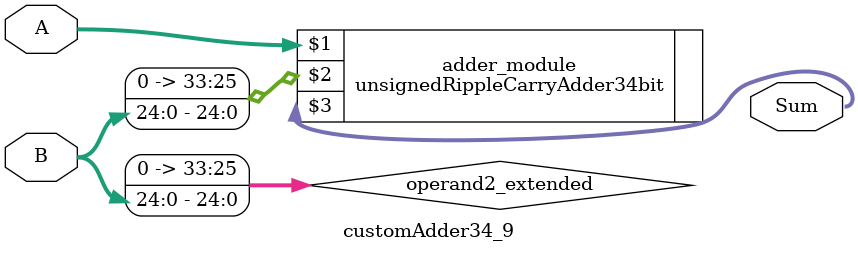
<source format=v>
module customAdder34_9(
                        input [33 : 0] A,
                        input [24 : 0] B,
                        
                        output [34 : 0] Sum
                );

        wire [33 : 0] operand2_extended;
        
        assign operand2_extended =  {9'b0, B};
        
        unsignedRippleCarryAdder34bit adder_module(
            A,
            operand2_extended,
            Sum
        );
        
        endmodule
        
</source>
